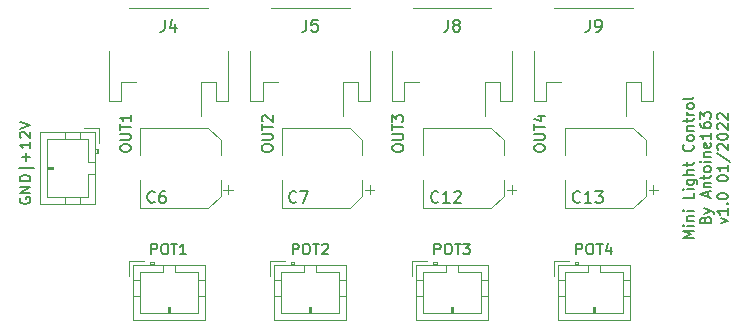
<source format=gbr>
%TF.GenerationSoftware,KiCad,Pcbnew,6.0.0*%
%TF.CreationDate,2022-01-04T21:54:10+01:00*%
%TF.ProjectId,mini_light_control,6d696e69-5f6c-4696-9768-745f636f6e74,v1.0*%
%TF.SameCoordinates,Original*%
%TF.FileFunction,Legend,Top*%
%TF.FilePolarity,Positive*%
%FSLAX46Y46*%
G04 Gerber Fmt 4.6, Leading zero omitted, Abs format (unit mm)*
G04 Created by KiCad (PCBNEW 6.0.0) date 2022-01-04 21:54:10*
%MOMM*%
%LPD*%
G01*
G04 APERTURE LIST*
%ADD10C,0.153000*%
%ADD11C,0.150000*%
%ADD12C,0.120000*%
G04 APERTURE END LIST*
D10*
X112521428Y-56307142D02*
X112521428Y-55407142D01*
X112864285Y-55407142D01*
X112950000Y-55450000D01*
X112992857Y-55492857D01*
X113035714Y-55578571D01*
X113035714Y-55707142D01*
X112992857Y-55792857D01*
X112950000Y-55835714D01*
X112864285Y-55878571D01*
X112521428Y-55878571D01*
X113592857Y-55407142D02*
X113764285Y-55407142D01*
X113850000Y-55450000D01*
X113935714Y-55535714D01*
X113978571Y-55707142D01*
X113978571Y-56007142D01*
X113935714Y-56178571D01*
X113850000Y-56264285D01*
X113764285Y-56307142D01*
X113592857Y-56307142D01*
X113507142Y-56264285D01*
X113421428Y-56178571D01*
X113378571Y-56007142D01*
X113378571Y-55707142D01*
X113421428Y-55535714D01*
X113507142Y-55450000D01*
X113592857Y-55407142D01*
X114235714Y-55407142D02*
X114750000Y-55407142D01*
X114492857Y-56307142D02*
X114492857Y-55407142D01*
X115521428Y-56307142D02*
X115007142Y-56307142D01*
X115264285Y-56307142D02*
X115264285Y-55407142D01*
X115178571Y-55535714D01*
X115092857Y-55621428D01*
X115007142Y-55664285D01*
X121907142Y-47392307D02*
X121907142Y-47220878D01*
X121950000Y-47135164D01*
X122035714Y-47049450D01*
X122207142Y-47006592D01*
X122507142Y-47006592D01*
X122678571Y-47049450D01*
X122764285Y-47135164D01*
X122807142Y-47220878D01*
X122807142Y-47392307D01*
X122764285Y-47478021D01*
X122678571Y-47563735D01*
X122507142Y-47606592D01*
X122207142Y-47606592D01*
X122035714Y-47563735D01*
X121950000Y-47478021D01*
X121907142Y-47392307D01*
X121907142Y-46620878D02*
X122635714Y-46620878D01*
X122721428Y-46578021D01*
X122764285Y-46535164D01*
X122807142Y-46449450D01*
X122807142Y-46278021D01*
X122764285Y-46192307D01*
X122721428Y-46149450D01*
X122635714Y-46106592D01*
X121907142Y-46106592D01*
X121907142Y-45806592D02*
X121907142Y-45292307D01*
X122807142Y-45549450D02*
X121907142Y-45549450D01*
X121992857Y-45035164D02*
X121950000Y-44992307D01*
X121907142Y-44906592D01*
X121907142Y-44692307D01*
X121950000Y-44606592D01*
X121992857Y-44563735D01*
X122078571Y-44520878D01*
X122164285Y-44520878D01*
X122292857Y-44563735D01*
X122807142Y-45078021D01*
X122807142Y-44520878D01*
X101450000Y-51514285D02*
X101407142Y-51600000D01*
X101407142Y-51728571D01*
X101450000Y-51857142D01*
X101535714Y-51942857D01*
X101621428Y-51985714D01*
X101792857Y-52028571D01*
X101921428Y-52028571D01*
X102092857Y-51985714D01*
X102178571Y-51942857D01*
X102264285Y-51857142D01*
X102307142Y-51728571D01*
X102307142Y-51642857D01*
X102264285Y-51514285D01*
X102221428Y-51471428D01*
X101921428Y-51471428D01*
X101921428Y-51642857D01*
X102307142Y-51085714D02*
X101407142Y-51085714D01*
X102307142Y-50571428D01*
X101407142Y-50571428D01*
X102307142Y-50142857D02*
X101407142Y-50142857D01*
X101407142Y-49928571D01*
X101450000Y-49800000D01*
X101535714Y-49714285D01*
X101621428Y-49671428D01*
X101792857Y-49628571D01*
X101921428Y-49628571D01*
X102092857Y-49671428D01*
X102178571Y-49714285D01*
X102264285Y-49800000D01*
X102307142Y-49928571D01*
X102307142Y-50142857D01*
X102607142Y-49028571D02*
X101321428Y-49028571D01*
X101964285Y-48385714D02*
X101964285Y-47700000D01*
X102307142Y-48042857D02*
X101621428Y-48042857D01*
X102307142Y-46800000D02*
X102307142Y-47314285D01*
X102307142Y-47057142D02*
X101407142Y-47057142D01*
X101535714Y-47142857D01*
X101621428Y-47228571D01*
X101664285Y-47314285D01*
X101492857Y-46457142D02*
X101450000Y-46414285D01*
X101407142Y-46328571D01*
X101407142Y-46114285D01*
X101450000Y-46028571D01*
X101492857Y-45985714D01*
X101578571Y-45942857D01*
X101664285Y-45942857D01*
X101792857Y-45985714D01*
X102307142Y-46500000D01*
X102307142Y-45942857D01*
X101407142Y-45685714D02*
X102307142Y-45385714D01*
X101407142Y-45085714D01*
X136521428Y-56307142D02*
X136521428Y-55407142D01*
X136864285Y-55407142D01*
X136950000Y-55450000D01*
X136992857Y-55492857D01*
X137035714Y-55578571D01*
X137035714Y-55707142D01*
X136992857Y-55792857D01*
X136950000Y-55835714D01*
X136864285Y-55878571D01*
X136521428Y-55878571D01*
X137592857Y-55407142D02*
X137764285Y-55407142D01*
X137850000Y-55450000D01*
X137935714Y-55535714D01*
X137978571Y-55707142D01*
X137978571Y-56007142D01*
X137935714Y-56178571D01*
X137850000Y-56264285D01*
X137764285Y-56307142D01*
X137592857Y-56307142D01*
X137507142Y-56264285D01*
X137421428Y-56178571D01*
X137378571Y-56007142D01*
X137378571Y-55707142D01*
X137421428Y-55535714D01*
X137507142Y-55450000D01*
X137592857Y-55407142D01*
X138235714Y-55407142D02*
X138750000Y-55407142D01*
X138492857Y-56307142D02*
X138492857Y-55407142D01*
X138964285Y-55407142D02*
X139521428Y-55407142D01*
X139221428Y-55750000D01*
X139350000Y-55750000D01*
X139435714Y-55792857D01*
X139478571Y-55835714D01*
X139521428Y-55921428D01*
X139521428Y-56135714D01*
X139478571Y-56221428D01*
X139435714Y-56264285D01*
X139350000Y-56307142D01*
X139092857Y-56307142D01*
X139007142Y-56264285D01*
X138964285Y-56221428D01*
X124521428Y-56307142D02*
X124521428Y-55407142D01*
X124864285Y-55407142D01*
X124950000Y-55450000D01*
X124992857Y-55492857D01*
X125035714Y-55578571D01*
X125035714Y-55707142D01*
X124992857Y-55792857D01*
X124950000Y-55835714D01*
X124864285Y-55878571D01*
X124521428Y-55878571D01*
X125592857Y-55407142D02*
X125764285Y-55407142D01*
X125850000Y-55450000D01*
X125935714Y-55535714D01*
X125978571Y-55707142D01*
X125978571Y-56007142D01*
X125935714Y-56178571D01*
X125850000Y-56264285D01*
X125764285Y-56307142D01*
X125592857Y-56307142D01*
X125507142Y-56264285D01*
X125421428Y-56178571D01*
X125378571Y-56007142D01*
X125378571Y-55707142D01*
X125421428Y-55535714D01*
X125507142Y-55450000D01*
X125592857Y-55407142D01*
X126235714Y-55407142D02*
X126750000Y-55407142D01*
X126492857Y-56307142D02*
X126492857Y-55407142D01*
X127007142Y-55492857D02*
X127050000Y-55450000D01*
X127135714Y-55407142D01*
X127350000Y-55407142D01*
X127435714Y-55450000D01*
X127478571Y-55492857D01*
X127521428Y-55578571D01*
X127521428Y-55664285D01*
X127478571Y-55792857D01*
X126964285Y-56307142D01*
X127521428Y-56307142D01*
X144957142Y-47392307D02*
X144957142Y-47220878D01*
X145000000Y-47135164D01*
X145085714Y-47049450D01*
X145257142Y-47006592D01*
X145557142Y-47006592D01*
X145728571Y-47049450D01*
X145814285Y-47135164D01*
X145857142Y-47220878D01*
X145857142Y-47392307D01*
X145814285Y-47478021D01*
X145728571Y-47563735D01*
X145557142Y-47606592D01*
X145257142Y-47606592D01*
X145085714Y-47563735D01*
X145000000Y-47478021D01*
X144957142Y-47392307D01*
X144957142Y-46620878D02*
X145685714Y-46620878D01*
X145771428Y-46578021D01*
X145814285Y-46535164D01*
X145857142Y-46449450D01*
X145857142Y-46278021D01*
X145814285Y-46192307D01*
X145771428Y-46149450D01*
X145685714Y-46106592D01*
X144957142Y-46106592D01*
X144957142Y-45806592D02*
X144957142Y-45292307D01*
X145857142Y-45549450D02*
X144957142Y-45549450D01*
X145257142Y-44606592D02*
X145857142Y-44606592D01*
X144914285Y-44820878D02*
X145557142Y-45035164D01*
X145557142Y-44478021D01*
X148521428Y-56307142D02*
X148521428Y-55407142D01*
X148864285Y-55407142D01*
X148950000Y-55450000D01*
X148992857Y-55492857D01*
X149035714Y-55578571D01*
X149035714Y-55707142D01*
X148992857Y-55792857D01*
X148950000Y-55835714D01*
X148864285Y-55878571D01*
X148521428Y-55878571D01*
X149592857Y-55407142D02*
X149764285Y-55407142D01*
X149850000Y-55450000D01*
X149935714Y-55535714D01*
X149978571Y-55707142D01*
X149978571Y-56007142D01*
X149935714Y-56178571D01*
X149850000Y-56264285D01*
X149764285Y-56307142D01*
X149592857Y-56307142D01*
X149507142Y-56264285D01*
X149421428Y-56178571D01*
X149378571Y-56007142D01*
X149378571Y-55707142D01*
X149421428Y-55535714D01*
X149507142Y-55450000D01*
X149592857Y-55407142D01*
X150235714Y-55407142D02*
X150750000Y-55407142D01*
X150492857Y-56307142D02*
X150492857Y-55407142D01*
X151435714Y-55707142D02*
X151435714Y-56307142D01*
X151221428Y-55364285D02*
X151007142Y-56007142D01*
X151564285Y-56007142D01*
X132957142Y-47392307D02*
X132957142Y-47220878D01*
X133000000Y-47135164D01*
X133085714Y-47049450D01*
X133257142Y-47006592D01*
X133557142Y-47006592D01*
X133728571Y-47049450D01*
X133814285Y-47135164D01*
X133857142Y-47220878D01*
X133857142Y-47392307D01*
X133814285Y-47478021D01*
X133728571Y-47563735D01*
X133557142Y-47606592D01*
X133257142Y-47606592D01*
X133085714Y-47563735D01*
X133000000Y-47478021D01*
X132957142Y-47392307D01*
X132957142Y-46620878D02*
X133685714Y-46620878D01*
X133771428Y-46578021D01*
X133814285Y-46535164D01*
X133857142Y-46449450D01*
X133857142Y-46278021D01*
X133814285Y-46192307D01*
X133771428Y-46149450D01*
X133685714Y-46106592D01*
X132957142Y-46106592D01*
X132957142Y-45806592D02*
X132957142Y-45292307D01*
X133857142Y-45549450D02*
X132957142Y-45549450D01*
X132957142Y-45078021D02*
X132957142Y-44520878D01*
X133300000Y-44820878D01*
X133300000Y-44692307D01*
X133342857Y-44606592D01*
X133385714Y-44563735D01*
X133471428Y-44520878D01*
X133685714Y-44520878D01*
X133771428Y-44563735D01*
X133814285Y-44606592D01*
X133857142Y-44692307D01*
X133857142Y-44949450D01*
X133814285Y-45035164D01*
X133771428Y-45078021D01*
X158458142Y-54914285D02*
X157558142Y-54914285D01*
X158201000Y-54614285D01*
X157558142Y-54314285D01*
X158458142Y-54314285D01*
X158458142Y-53885714D02*
X157858142Y-53885714D01*
X157558142Y-53885714D02*
X157601000Y-53928571D01*
X157643857Y-53885714D01*
X157601000Y-53842857D01*
X157558142Y-53885714D01*
X157643857Y-53885714D01*
X157858142Y-53457142D02*
X158458142Y-53457142D01*
X157943857Y-53457142D02*
X157901000Y-53414285D01*
X157858142Y-53328571D01*
X157858142Y-53200000D01*
X157901000Y-53114285D01*
X157986714Y-53071428D01*
X158458142Y-53071428D01*
X158458142Y-52642857D02*
X157858142Y-52642857D01*
X157558142Y-52642857D02*
X157601000Y-52685714D01*
X157643857Y-52642857D01*
X157601000Y-52600000D01*
X157558142Y-52642857D01*
X157643857Y-52642857D01*
X158458142Y-51100000D02*
X158458142Y-51528571D01*
X157558142Y-51528571D01*
X158458142Y-50800000D02*
X157858142Y-50800000D01*
X157558142Y-50800000D02*
X157601000Y-50842857D01*
X157643857Y-50800000D01*
X157601000Y-50757142D01*
X157558142Y-50800000D01*
X157643857Y-50800000D01*
X157858142Y-49985714D02*
X158586714Y-49985714D01*
X158672428Y-50028571D01*
X158715285Y-50071428D01*
X158758142Y-50157142D01*
X158758142Y-50285714D01*
X158715285Y-50371428D01*
X158415285Y-49985714D02*
X158458142Y-50071428D01*
X158458142Y-50242857D01*
X158415285Y-50328571D01*
X158372428Y-50371428D01*
X158286714Y-50414285D01*
X158029571Y-50414285D01*
X157943857Y-50371428D01*
X157901000Y-50328571D01*
X157858142Y-50242857D01*
X157858142Y-50071428D01*
X157901000Y-49985714D01*
X158458142Y-49557142D02*
X157558142Y-49557142D01*
X158458142Y-49171428D02*
X157986714Y-49171428D01*
X157901000Y-49214285D01*
X157858142Y-49300000D01*
X157858142Y-49428571D01*
X157901000Y-49514285D01*
X157943857Y-49557142D01*
X157858142Y-48871428D02*
X157858142Y-48528571D01*
X157558142Y-48742857D02*
X158329571Y-48742857D01*
X158415285Y-48700000D01*
X158458142Y-48614285D01*
X158458142Y-48528571D01*
X158372428Y-47028571D02*
X158415285Y-47071428D01*
X158458142Y-47200000D01*
X158458142Y-47285714D01*
X158415285Y-47414285D01*
X158329571Y-47500000D01*
X158243857Y-47542857D01*
X158072428Y-47585714D01*
X157943857Y-47585714D01*
X157772428Y-47542857D01*
X157686714Y-47500000D01*
X157601000Y-47414285D01*
X157558142Y-47285714D01*
X157558142Y-47200000D01*
X157601000Y-47071428D01*
X157643857Y-47028571D01*
X158458142Y-46514285D02*
X158415285Y-46600000D01*
X158372428Y-46642857D01*
X158286714Y-46685714D01*
X158029571Y-46685714D01*
X157943857Y-46642857D01*
X157901000Y-46600000D01*
X157858142Y-46514285D01*
X157858142Y-46385714D01*
X157901000Y-46300000D01*
X157943857Y-46257142D01*
X158029571Y-46214285D01*
X158286714Y-46214285D01*
X158372428Y-46257142D01*
X158415285Y-46300000D01*
X158458142Y-46385714D01*
X158458142Y-46514285D01*
X157858142Y-45828571D02*
X158458142Y-45828571D01*
X157943857Y-45828571D02*
X157901000Y-45785714D01*
X157858142Y-45700000D01*
X157858142Y-45571428D01*
X157901000Y-45485714D01*
X157986714Y-45442857D01*
X158458142Y-45442857D01*
X157858142Y-45142857D02*
X157858142Y-44800000D01*
X157558142Y-45014285D02*
X158329571Y-45014285D01*
X158415285Y-44971428D01*
X158458142Y-44885714D01*
X158458142Y-44800000D01*
X158458142Y-44500000D02*
X157858142Y-44500000D01*
X158029571Y-44500000D02*
X157943857Y-44457142D01*
X157901000Y-44414285D01*
X157858142Y-44328571D01*
X157858142Y-44242857D01*
X158458142Y-43814285D02*
X158415285Y-43900000D01*
X158372428Y-43942857D01*
X158286714Y-43985714D01*
X158029571Y-43985714D01*
X157943857Y-43942857D01*
X157901000Y-43900000D01*
X157858142Y-43814285D01*
X157858142Y-43685714D01*
X157901000Y-43600000D01*
X157943857Y-43557142D01*
X158029571Y-43514285D01*
X158286714Y-43514285D01*
X158372428Y-43557142D01*
X158415285Y-43600000D01*
X158458142Y-43685714D01*
X158458142Y-43814285D01*
X158458142Y-43000000D02*
X158415285Y-43085714D01*
X158329571Y-43128571D01*
X157558142Y-43128571D01*
X159435714Y-53371428D02*
X159478571Y-53242857D01*
X159521428Y-53200000D01*
X159607142Y-53157142D01*
X159735714Y-53157142D01*
X159821428Y-53200000D01*
X159864285Y-53242857D01*
X159907142Y-53328571D01*
X159907142Y-53671428D01*
X159007142Y-53671428D01*
X159007142Y-53371428D01*
X159050000Y-53285714D01*
X159092857Y-53242857D01*
X159178571Y-53200000D01*
X159264285Y-53200000D01*
X159350000Y-53242857D01*
X159392857Y-53285714D01*
X159435714Y-53371428D01*
X159435714Y-53671428D01*
X159307142Y-52857142D02*
X159907142Y-52642857D01*
X159307142Y-52428571D02*
X159907142Y-52642857D01*
X160121428Y-52728571D01*
X160164285Y-52771428D01*
X160207142Y-52857142D01*
X159650000Y-51442857D02*
X159650000Y-51014285D01*
X159907142Y-51528571D02*
X159007142Y-51228571D01*
X159907142Y-50928571D01*
X159307142Y-50628571D02*
X159907142Y-50628571D01*
X159392857Y-50628571D02*
X159350000Y-50585714D01*
X159307142Y-50500000D01*
X159307142Y-50371428D01*
X159350000Y-50285714D01*
X159435714Y-50242857D01*
X159907142Y-50242857D01*
X159307142Y-49942857D02*
X159307142Y-49600000D01*
X159007142Y-49814285D02*
X159778571Y-49814285D01*
X159864285Y-49771428D01*
X159907142Y-49685714D01*
X159907142Y-49600000D01*
X159907142Y-49171428D02*
X159864285Y-49257142D01*
X159821428Y-49300000D01*
X159735714Y-49342857D01*
X159478571Y-49342857D01*
X159392857Y-49300000D01*
X159350000Y-49257142D01*
X159307142Y-49171428D01*
X159307142Y-49042857D01*
X159350000Y-48957142D01*
X159392857Y-48914285D01*
X159478571Y-48871428D01*
X159735714Y-48871428D01*
X159821428Y-48914285D01*
X159864285Y-48957142D01*
X159907142Y-49042857D01*
X159907142Y-49171428D01*
X159907142Y-48485714D02*
X159307142Y-48485714D01*
X159007142Y-48485714D02*
X159050000Y-48528571D01*
X159092857Y-48485714D01*
X159050000Y-48442857D01*
X159007142Y-48485714D01*
X159092857Y-48485714D01*
X159307142Y-48057142D02*
X159907142Y-48057142D01*
X159392857Y-48057142D02*
X159350000Y-48014285D01*
X159307142Y-47928571D01*
X159307142Y-47800000D01*
X159350000Y-47714285D01*
X159435714Y-47671428D01*
X159907142Y-47671428D01*
X159864285Y-46900000D02*
X159907142Y-46985714D01*
X159907142Y-47157142D01*
X159864285Y-47242857D01*
X159778571Y-47285714D01*
X159435714Y-47285714D01*
X159350000Y-47242857D01*
X159307142Y-47157142D01*
X159307142Y-46985714D01*
X159350000Y-46900000D01*
X159435714Y-46857142D01*
X159521428Y-46857142D01*
X159607142Y-47285714D01*
X159907142Y-46000000D02*
X159907142Y-46514285D01*
X159907142Y-46257142D02*
X159007142Y-46257142D01*
X159135714Y-46342857D01*
X159221428Y-46428571D01*
X159264285Y-46514285D01*
X159007142Y-45228571D02*
X159007142Y-45400000D01*
X159050000Y-45485714D01*
X159092857Y-45528571D01*
X159221428Y-45614285D01*
X159392857Y-45657142D01*
X159735714Y-45657142D01*
X159821428Y-45614285D01*
X159864285Y-45571428D01*
X159907142Y-45485714D01*
X159907142Y-45314285D01*
X159864285Y-45228571D01*
X159821428Y-45185714D01*
X159735714Y-45142857D01*
X159521428Y-45142857D01*
X159435714Y-45185714D01*
X159392857Y-45228571D01*
X159350000Y-45314285D01*
X159350000Y-45485714D01*
X159392857Y-45571428D01*
X159435714Y-45614285D01*
X159521428Y-45657142D01*
X159007142Y-44842857D02*
X159007142Y-44285714D01*
X159350000Y-44585714D01*
X159350000Y-44457142D01*
X159392857Y-44371428D01*
X159435714Y-44328571D01*
X159521428Y-44285714D01*
X159735714Y-44285714D01*
X159821428Y-44328571D01*
X159864285Y-44371428D01*
X159907142Y-44457142D01*
X159907142Y-44714285D01*
X159864285Y-44800000D01*
X159821428Y-44842857D01*
X160756142Y-53671428D02*
X161356142Y-53457142D01*
X160756142Y-53242857D01*
X161356142Y-52428571D02*
X161356142Y-52942857D01*
X161356142Y-52685714D02*
X160456142Y-52685714D01*
X160584714Y-52771428D01*
X160670428Y-52857142D01*
X160713285Y-52942857D01*
X161270428Y-52042857D02*
X161313285Y-52000000D01*
X161356142Y-52042857D01*
X161313285Y-52085714D01*
X161270428Y-52042857D01*
X161356142Y-52042857D01*
X160456142Y-51442857D02*
X160456142Y-51357142D01*
X160499000Y-51271428D01*
X160541857Y-51228571D01*
X160627571Y-51185714D01*
X160799000Y-51142857D01*
X161013285Y-51142857D01*
X161184714Y-51185714D01*
X161270428Y-51228571D01*
X161313285Y-51271428D01*
X161356142Y-51357142D01*
X161356142Y-51442857D01*
X161313285Y-51528571D01*
X161270428Y-51571428D01*
X161184714Y-51614285D01*
X161013285Y-51657142D01*
X160799000Y-51657142D01*
X160627571Y-51614285D01*
X160541857Y-51571428D01*
X160499000Y-51528571D01*
X160456142Y-51442857D01*
X160456142Y-49900000D02*
X160456142Y-49814285D01*
X160499000Y-49728571D01*
X160541857Y-49685714D01*
X160627571Y-49642857D01*
X160799000Y-49600000D01*
X161013285Y-49600000D01*
X161184714Y-49642857D01*
X161270428Y-49685714D01*
X161313285Y-49728571D01*
X161356142Y-49814285D01*
X161356142Y-49900000D01*
X161313285Y-49985714D01*
X161270428Y-50028571D01*
X161184714Y-50071428D01*
X161013285Y-50114285D01*
X160799000Y-50114285D01*
X160627571Y-50071428D01*
X160541857Y-50028571D01*
X160499000Y-49985714D01*
X160456142Y-49900000D01*
X161356142Y-48742857D02*
X161356142Y-49257142D01*
X161356142Y-49000000D02*
X160456142Y-49000000D01*
X160584714Y-49085714D01*
X160670428Y-49171428D01*
X160713285Y-49257142D01*
X160413285Y-47714285D02*
X161570428Y-48485714D01*
X160541857Y-47457142D02*
X160499000Y-47414285D01*
X160456142Y-47328571D01*
X160456142Y-47114285D01*
X160499000Y-47028571D01*
X160541857Y-46985714D01*
X160627571Y-46942857D01*
X160713285Y-46942857D01*
X160841857Y-46985714D01*
X161356142Y-47500000D01*
X161356142Y-46942857D01*
X160456142Y-46385714D02*
X160456142Y-46300000D01*
X160499000Y-46214285D01*
X160541857Y-46171428D01*
X160627571Y-46128571D01*
X160799000Y-46085714D01*
X161013285Y-46085714D01*
X161184714Y-46128571D01*
X161270428Y-46171428D01*
X161313285Y-46214285D01*
X161356142Y-46300000D01*
X161356142Y-46385714D01*
X161313285Y-46471428D01*
X161270428Y-46514285D01*
X161184714Y-46557142D01*
X161013285Y-46600000D01*
X160799000Y-46600000D01*
X160627571Y-46557142D01*
X160541857Y-46514285D01*
X160499000Y-46471428D01*
X160456142Y-46385714D01*
X160541857Y-45742857D02*
X160499000Y-45700000D01*
X160456142Y-45614285D01*
X160456142Y-45400000D01*
X160499000Y-45314285D01*
X160541857Y-45271428D01*
X160627571Y-45228571D01*
X160713285Y-45228571D01*
X160841857Y-45271428D01*
X161356142Y-45785714D01*
X161356142Y-45228571D01*
X160541857Y-44885714D02*
X160499000Y-44842857D01*
X160456142Y-44757142D01*
X160456142Y-44542857D01*
X160499000Y-44457142D01*
X160541857Y-44414285D01*
X160627571Y-44371428D01*
X160713285Y-44371428D01*
X160841857Y-44414285D01*
X161356142Y-44928571D01*
X161356142Y-44371428D01*
X109907142Y-47392307D02*
X109907142Y-47220878D01*
X109950000Y-47135164D01*
X110035714Y-47049450D01*
X110207142Y-47006592D01*
X110507142Y-47006592D01*
X110678571Y-47049450D01*
X110764285Y-47135164D01*
X110807142Y-47220878D01*
X110807142Y-47392307D01*
X110764285Y-47478021D01*
X110678571Y-47563735D01*
X110507142Y-47606592D01*
X110207142Y-47606592D01*
X110035714Y-47563735D01*
X109950000Y-47478021D01*
X109907142Y-47392307D01*
X109907142Y-46620878D02*
X110635714Y-46620878D01*
X110721428Y-46578021D01*
X110764285Y-46535164D01*
X110807142Y-46449450D01*
X110807142Y-46278021D01*
X110764285Y-46192307D01*
X110721428Y-46149450D01*
X110635714Y-46106592D01*
X109907142Y-46106592D01*
X109907142Y-45806592D02*
X109907142Y-45292307D01*
X110807142Y-45549450D02*
X109907142Y-45549450D01*
X110807142Y-44520878D02*
X110807142Y-45035164D01*
X110807142Y-44778021D02*
X109907142Y-44778021D01*
X110035714Y-44863735D01*
X110121428Y-44949450D01*
X110164285Y-45035164D01*
D11*
%TO.C,C12*%
X136857142Y-51857142D02*
X136809523Y-51904761D01*
X136666666Y-51952380D01*
X136571428Y-51952380D01*
X136428571Y-51904761D01*
X136333333Y-51809523D01*
X136285714Y-51714285D01*
X136238095Y-51523809D01*
X136238095Y-51380952D01*
X136285714Y-51190476D01*
X136333333Y-51095238D01*
X136428571Y-51000000D01*
X136571428Y-50952380D01*
X136666666Y-50952380D01*
X136809523Y-51000000D01*
X136857142Y-51047619D01*
X137809523Y-51952380D02*
X137238095Y-51952380D01*
X137523809Y-51952380D02*
X137523809Y-50952380D01*
X137428571Y-51095238D01*
X137333333Y-51190476D01*
X137238095Y-51238095D01*
X138190476Y-51047619D02*
X138238095Y-51000000D01*
X138333333Y-50952380D01*
X138571428Y-50952380D01*
X138666666Y-51000000D01*
X138714285Y-51047619D01*
X138761904Y-51142857D01*
X138761904Y-51238095D01*
X138714285Y-51380952D01*
X138142857Y-51952380D01*
X138761904Y-51952380D01*
%TO.C,C13*%
X148857142Y-51857142D02*
X148809523Y-51904761D01*
X148666666Y-51952380D01*
X148571428Y-51952380D01*
X148428571Y-51904761D01*
X148333333Y-51809523D01*
X148285714Y-51714285D01*
X148238095Y-51523809D01*
X148238095Y-51380952D01*
X148285714Y-51190476D01*
X148333333Y-51095238D01*
X148428571Y-51000000D01*
X148571428Y-50952380D01*
X148666666Y-50952380D01*
X148809523Y-51000000D01*
X148857142Y-51047619D01*
X149809523Y-51952380D02*
X149238095Y-51952380D01*
X149523809Y-51952380D02*
X149523809Y-50952380D01*
X149428571Y-51095238D01*
X149333333Y-51190476D01*
X149238095Y-51238095D01*
X150142857Y-50952380D02*
X150761904Y-50952380D01*
X150428571Y-51333333D01*
X150571428Y-51333333D01*
X150666666Y-51380952D01*
X150714285Y-51428571D01*
X150761904Y-51523809D01*
X150761904Y-51761904D01*
X150714285Y-51857142D01*
X150666666Y-51904761D01*
X150571428Y-51952380D01*
X150285714Y-51952380D01*
X150190476Y-51904761D01*
X150142857Y-51857142D01*
%TO.C,C7*%
X124833333Y-51857142D02*
X124785714Y-51904761D01*
X124642857Y-51952380D01*
X124547619Y-51952380D01*
X124404761Y-51904761D01*
X124309523Y-51809523D01*
X124261904Y-51714285D01*
X124214285Y-51523809D01*
X124214285Y-51380952D01*
X124261904Y-51190476D01*
X124309523Y-51095238D01*
X124404761Y-51000000D01*
X124547619Y-50952380D01*
X124642857Y-50952380D01*
X124785714Y-51000000D01*
X124833333Y-51047619D01*
X125166666Y-50952380D02*
X125833333Y-50952380D01*
X125404761Y-51952380D01*
%TO.C,J4*%
X113666666Y-36452380D02*
X113666666Y-37166666D01*
X113619047Y-37309523D01*
X113523809Y-37404761D01*
X113380952Y-37452380D01*
X113285714Y-37452380D01*
X114571428Y-36785714D02*
X114571428Y-37452380D01*
X114333333Y-36404761D02*
X114095238Y-37119047D01*
X114714285Y-37119047D01*
%TO.C,C6*%
X112833333Y-51857142D02*
X112785714Y-51904761D01*
X112642857Y-51952380D01*
X112547619Y-51952380D01*
X112404761Y-51904761D01*
X112309523Y-51809523D01*
X112261904Y-51714285D01*
X112214285Y-51523809D01*
X112214285Y-51380952D01*
X112261904Y-51190476D01*
X112309523Y-51095238D01*
X112404761Y-51000000D01*
X112547619Y-50952380D01*
X112642857Y-50952380D01*
X112785714Y-51000000D01*
X112833333Y-51047619D01*
X113690476Y-50952380D02*
X113500000Y-50952380D01*
X113404761Y-51000000D01*
X113357142Y-51047619D01*
X113261904Y-51190476D01*
X113214285Y-51380952D01*
X113214285Y-51761904D01*
X113261904Y-51857142D01*
X113309523Y-51904761D01*
X113404761Y-51952380D01*
X113595238Y-51952380D01*
X113690476Y-51904761D01*
X113738095Y-51857142D01*
X113785714Y-51761904D01*
X113785714Y-51523809D01*
X113738095Y-51428571D01*
X113690476Y-51380952D01*
X113595238Y-51333333D01*
X113404761Y-51333333D01*
X113309523Y-51380952D01*
X113261904Y-51428571D01*
X113214285Y-51523809D01*
%TO.C,J8*%
X137666666Y-36452380D02*
X137666666Y-37166666D01*
X137619047Y-37309523D01*
X137523809Y-37404761D01*
X137380952Y-37452380D01*
X137285714Y-37452380D01*
X138285714Y-36880952D02*
X138190476Y-36833333D01*
X138142857Y-36785714D01*
X138095238Y-36690476D01*
X138095238Y-36642857D01*
X138142857Y-36547619D01*
X138190476Y-36500000D01*
X138285714Y-36452380D01*
X138476190Y-36452380D01*
X138571428Y-36500000D01*
X138619047Y-36547619D01*
X138666666Y-36642857D01*
X138666666Y-36690476D01*
X138619047Y-36785714D01*
X138571428Y-36833333D01*
X138476190Y-36880952D01*
X138285714Y-36880952D01*
X138190476Y-36928571D01*
X138142857Y-36976190D01*
X138095238Y-37071428D01*
X138095238Y-37261904D01*
X138142857Y-37357142D01*
X138190476Y-37404761D01*
X138285714Y-37452380D01*
X138476190Y-37452380D01*
X138571428Y-37404761D01*
X138619047Y-37357142D01*
X138666666Y-37261904D01*
X138666666Y-37071428D01*
X138619047Y-36976190D01*
X138571428Y-36928571D01*
X138476190Y-36880952D01*
%TO.C,J9*%
X149666666Y-36452380D02*
X149666666Y-37166666D01*
X149619047Y-37309523D01*
X149523809Y-37404761D01*
X149380952Y-37452380D01*
X149285714Y-37452380D01*
X150190476Y-37452380D02*
X150380952Y-37452380D01*
X150476190Y-37404761D01*
X150523809Y-37357142D01*
X150619047Y-37214285D01*
X150666666Y-37023809D01*
X150666666Y-36642857D01*
X150619047Y-36547619D01*
X150571428Y-36500000D01*
X150476190Y-36452380D01*
X150285714Y-36452380D01*
X150190476Y-36500000D01*
X150142857Y-36547619D01*
X150095238Y-36642857D01*
X150095238Y-36880952D01*
X150142857Y-36976190D01*
X150190476Y-37023809D01*
X150285714Y-37071428D01*
X150476190Y-37071428D01*
X150571428Y-37023809D01*
X150619047Y-36976190D01*
X150666666Y-36880952D01*
%TO.C,J5*%
X125666666Y-36452380D02*
X125666666Y-37166666D01*
X125619047Y-37309523D01*
X125523809Y-37404761D01*
X125380952Y-37452380D01*
X125285714Y-37452380D01*
X126619047Y-36452380D02*
X126142857Y-36452380D01*
X126095238Y-36928571D01*
X126142857Y-36880952D01*
X126238095Y-36833333D01*
X126476190Y-36833333D01*
X126571428Y-36880952D01*
X126619047Y-36928571D01*
X126666666Y-37023809D01*
X126666666Y-37261904D01*
X126619047Y-37357142D01*
X126571428Y-37404761D01*
X126476190Y-37452380D01*
X126238095Y-37452380D01*
X126142857Y-37404761D01*
X126095238Y-37357142D01*
D12*
%TO.C,C12*%
X141345563Y-45590000D02*
X135590000Y-45590000D01*
X135590000Y-45590000D02*
X135590000Y-47940000D01*
X142410000Y-51345563D02*
X142410000Y-50060000D01*
X135590000Y-52410000D02*
X135590000Y-50060000D01*
X142410000Y-46654437D02*
X141345563Y-45590000D01*
X143437500Y-50847500D02*
X142650000Y-50847500D01*
X143043750Y-51241250D02*
X143043750Y-50453750D01*
X142410000Y-46654437D02*
X142410000Y-47940000D01*
X142410000Y-51345563D02*
X141345563Y-52410000D01*
X141345563Y-52410000D02*
X135590000Y-52410000D01*
%TO.C,C13*%
X153345563Y-45590000D02*
X147590000Y-45590000D01*
X155437500Y-50847500D02*
X154650000Y-50847500D01*
X147590000Y-45590000D02*
X147590000Y-47940000D01*
X155043750Y-51241250D02*
X155043750Y-50453750D01*
X154410000Y-46654437D02*
X154410000Y-47940000D01*
X154410000Y-51345563D02*
X154410000Y-50060000D01*
X154410000Y-46654437D02*
X153345563Y-45590000D01*
X153345563Y-52410000D02*
X147590000Y-52410000D01*
X147590000Y-52410000D02*
X147590000Y-50060000D01*
X154410000Y-51345563D02*
X153345563Y-52410000D01*
%TO.C,J7*%
X146940000Y-57190000D02*
X146940000Y-61910000D01*
X149500000Y-57800000D02*
X147550000Y-57800000D01*
X150100000Y-60800000D02*
X150100000Y-61300000D01*
X152450000Y-57800000D02*
X150500000Y-57800000D01*
X150500000Y-57800000D02*
X150500000Y-57190000D01*
X146640000Y-56890000D02*
X146640000Y-58140000D01*
X149900000Y-60800000D02*
X150100000Y-60800000D01*
X148700000Y-57190000D02*
X148700000Y-56990000D01*
X153060000Y-61910000D02*
X153060000Y-57190000D01*
X152450000Y-61300000D02*
X152450000Y-57800000D01*
X147550000Y-57800000D02*
X147550000Y-61300000D01*
X147890000Y-56890000D02*
X146640000Y-56890000D01*
X146940000Y-58500000D02*
X147550000Y-58500000D01*
X150000000Y-61300000D02*
X150000000Y-60800000D01*
X146940000Y-59800000D02*
X147550000Y-59800000D01*
X148700000Y-56990000D02*
X148400000Y-56990000D01*
X153060000Y-57190000D02*
X146940000Y-57190000D01*
X147550000Y-61300000D02*
X152450000Y-61300000D01*
X153060000Y-58500000D02*
X152450000Y-58500000D01*
X148400000Y-56990000D02*
X148400000Y-57190000D01*
X149500000Y-57190000D02*
X149500000Y-57800000D01*
X146940000Y-61910000D02*
X153060000Y-61910000D01*
X153060000Y-59800000D02*
X152450000Y-59800000D01*
X148700000Y-57090000D02*
X148400000Y-57090000D01*
X149900000Y-61300000D02*
X149900000Y-60800000D01*
%TO.C,J3*%
X125868000Y-61300000D02*
X125868000Y-60800000D01*
X122608000Y-56890000D02*
X122608000Y-58140000D01*
X129028000Y-57190000D02*
X122908000Y-57190000D01*
X125468000Y-57190000D02*
X125468000Y-57800000D01*
X125468000Y-57800000D02*
X123518000Y-57800000D01*
X123518000Y-57800000D02*
X123518000Y-61300000D01*
X122908000Y-58500000D02*
X123518000Y-58500000D01*
X124668000Y-57090000D02*
X124368000Y-57090000D01*
X128418000Y-61300000D02*
X128418000Y-57800000D01*
X128418000Y-57800000D02*
X126468000Y-57800000D01*
X122908000Y-61910000D02*
X129028000Y-61910000D01*
X122908000Y-59800000D02*
X123518000Y-59800000D01*
X125968000Y-61300000D02*
X125968000Y-60800000D01*
X129028000Y-61910000D02*
X129028000Y-57190000D01*
X125868000Y-60800000D02*
X126068000Y-60800000D01*
X122908000Y-57190000D02*
X122908000Y-61910000D01*
X124668000Y-57190000D02*
X124668000Y-56990000D01*
X124668000Y-56990000D02*
X124368000Y-56990000D01*
X129028000Y-58500000D02*
X128418000Y-58500000D01*
X126068000Y-60800000D02*
X126068000Y-61300000D01*
X124368000Y-56990000D02*
X124368000Y-57190000D01*
X126468000Y-57800000D02*
X126468000Y-57190000D01*
X123858000Y-56890000D02*
X122608000Y-56890000D01*
X123518000Y-61300000D02*
X128418000Y-61300000D01*
X129028000Y-59800000D02*
X128418000Y-59800000D01*
%TO.C,C7*%
X131043750Y-51241250D02*
X131043750Y-50453750D01*
X130410000Y-46654437D02*
X130410000Y-47940000D01*
X129345563Y-45590000D02*
X123590000Y-45590000D01*
X130410000Y-46654437D02*
X129345563Y-45590000D01*
X123590000Y-52410000D02*
X123590000Y-50060000D01*
X130410000Y-51345563D02*
X130410000Y-50060000D01*
X130410000Y-51345563D02*
X129345563Y-52410000D01*
X131437500Y-50847500D02*
X130650000Y-50847500D01*
X129345563Y-52410000D02*
X123590000Y-52410000D01*
X123590000Y-45590000D02*
X123590000Y-47940000D01*
%TO.C,J4*%
X119060000Y-43310000D02*
X118040000Y-43310000D01*
X109960000Y-43310000D02*
X109960000Y-41710000D01*
X118040000Y-43310000D02*
X118040000Y-41710000D01*
X109960000Y-41710000D02*
X111240000Y-41710000D01*
X119060000Y-39060000D02*
X119060000Y-43310000D01*
X117340000Y-35490000D02*
X110660000Y-35490000D01*
X108940000Y-39060000D02*
X108940000Y-43310000D01*
X118040000Y-41710000D02*
X116760000Y-41710000D01*
X108940000Y-43310000D02*
X109960000Y-43310000D01*
X116760000Y-41710000D02*
X116760000Y-44600000D01*
%TO.C,J6*%
X140450000Y-57800000D02*
X138500000Y-57800000D01*
X138100000Y-60800000D02*
X138100000Y-61300000D01*
X137900000Y-61300000D02*
X137900000Y-60800000D01*
X137500000Y-57190000D02*
X137500000Y-57800000D01*
X134940000Y-58500000D02*
X135550000Y-58500000D01*
X141060000Y-58500000D02*
X140450000Y-58500000D01*
X136700000Y-57090000D02*
X136400000Y-57090000D01*
X135550000Y-61300000D02*
X140450000Y-61300000D01*
X134940000Y-57190000D02*
X134940000Y-61910000D01*
X134940000Y-61910000D02*
X141060000Y-61910000D01*
X136400000Y-56990000D02*
X136400000Y-57190000D01*
X134940000Y-59800000D02*
X135550000Y-59800000D01*
X140450000Y-61300000D02*
X140450000Y-57800000D01*
X137500000Y-57800000D02*
X135550000Y-57800000D01*
X141060000Y-61910000D02*
X141060000Y-57190000D01*
X134640000Y-56890000D02*
X134640000Y-58140000D01*
X138500000Y-57800000D02*
X138500000Y-57190000D01*
X141060000Y-57190000D02*
X134940000Y-57190000D01*
X135550000Y-57800000D02*
X135550000Y-61300000D01*
X137900000Y-60800000D02*
X138100000Y-60800000D01*
X136700000Y-57190000D02*
X136700000Y-56990000D01*
X136700000Y-56990000D02*
X136400000Y-56990000D01*
X141060000Y-59800000D02*
X140450000Y-59800000D01*
X135890000Y-56890000D02*
X134640000Y-56890000D01*
X138000000Y-61300000D02*
X138000000Y-60800000D01*
%TO.C,J2*%
X112746000Y-56990000D02*
X112446000Y-56990000D01*
X110986000Y-58500000D02*
X111596000Y-58500000D01*
X113546000Y-57190000D02*
X113546000Y-57800000D01*
X113946000Y-60800000D02*
X114146000Y-60800000D01*
X117106000Y-58500000D02*
X116496000Y-58500000D01*
X113946000Y-61300000D02*
X113946000Y-60800000D01*
X114546000Y-57800000D02*
X114546000Y-57190000D01*
X114046000Y-61300000D02*
X114046000Y-60800000D01*
X110986000Y-57190000D02*
X110986000Y-61910000D01*
X112446000Y-56990000D02*
X112446000Y-57190000D01*
X111596000Y-57800000D02*
X111596000Y-61300000D01*
X116496000Y-57800000D02*
X114546000Y-57800000D01*
X111596000Y-61300000D02*
X116496000Y-61300000D01*
X112746000Y-57190000D02*
X112746000Y-56990000D01*
X117106000Y-57190000D02*
X110986000Y-57190000D01*
X117106000Y-59800000D02*
X116496000Y-59800000D01*
X111936000Y-56890000D02*
X110686000Y-56890000D01*
X116496000Y-61300000D02*
X116496000Y-57800000D01*
X110986000Y-61910000D02*
X117106000Y-61910000D01*
X110986000Y-59800000D02*
X111596000Y-59800000D01*
X117106000Y-61910000D02*
X117106000Y-57190000D01*
X110686000Y-56890000D02*
X110686000Y-58140000D01*
X114146000Y-60800000D02*
X114146000Y-61300000D01*
X112746000Y-57090000D02*
X112446000Y-57090000D01*
X113546000Y-57800000D02*
X111596000Y-57800000D01*
%TO.C,C6*%
X117345563Y-45590000D02*
X111590000Y-45590000D01*
X111590000Y-52410000D02*
X111590000Y-50060000D01*
X118410000Y-51345563D02*
X117345563Y-52410000D01*
X119437500Y-50847500D02*
X118650000Y-50847500D01*
X118410000Y-46654437D02*
X117345563Y-45590000D01*
X118410000Y-46654437D02*
X118410000Y-47940000D01*
X111590000Y-45590000D02*
X111590000Y-47940000D01*
X117345563Y-52410000D02*
X111590000Y-52410000D01*
X118410000Y-51345563D02*
X118410000Y-50060000D01*
X119043750Y-51241250D02*
X119043750Y-50453750D01*
%TO.C,J8*%
X133960000Y-43310000D02*
X133960000Y-41710000D01*
X142040000Y-41710000D02*
X140760000Y-41710000D01*
X143060000Y-39060000D02*
X143060000Y-43310000D01*
X132940000Y-43310000D02*
X133960000Y-43310000D01*
X142040000Y-43310000D02*
X142040000Y-41710000D01*
X140760000Y-41710000D02*
X140760000Y-44600000D01*
X133960000Y-41710000D02*
X135240000Y-41710000D01*
X141340000Y-35490000D02*
X134660000Y-35490000D01*
X143060000Y-43310000D02*
X142040000Y-43310000D01*
X132940000Y-39060000D02*
X132940000Y-43310000D01*
%TO.C,J1*%
X107200000Y-49500000D02*
X107810000Y-49500000D01*
X107200000Y-51450000D02*
X107200000Y-49500000D01*
X108110000Y-46890000D02*
X108110000Y-45640000D01*
X108010000Y-47400000D02*
X107810000Y-47400000D01*
X103090000Y-52060000D02*
X107810000Y-52060000D01*
X107810000Y-52060000D02*
X107810000Y-45940000D01*
X107910000Y-47700000D02*
X107910000Y-47400000D01*
X104200000Y-49100000D02*
X103700000Y-49100000D01*
X103700000Y-49000000D02*
X104200000Y-49000000D01*
X105200000Y-45940000D02*
X105200000Y-46550000D01*
X107200000Y-46550000D02*
X103700000Y-46550000D01*
X103700000Y-46550000D02*
X103700000Y-51450000D01*
X104200000Y-48900000D02*
X104200000Y-49100000D01*
X105200000Y-52060000D02*
X105200000Y-51450000D01*
X107200000Y-48500000D02*
X107200000Y-46550000D01*
X103090000Y-45940000D02*
X103090000Y-52060000D01*
X108110000Y-45640000D02*
X106860000Y-45640000D01*
X108010000Y-47700000D02*
X108010000Y-47400000D01*
X103700000Y-51450000D02*
X107200000Y-51450000D01*
X107810000Y-45940000D02*
X103090000Y-45940000D01*
X107810000Y-47700000D02*
X108010000Y-47700000D01*
X107810000Y-48500000D02*
X107200000Y-48500000D01*
X106500000Y-52060000D02*
X106500000Y-51450000D01*
X103700000Y-48900000D02*
X104200000Y-48900000D01*
X106500000Y-45940000D02*
X106500000Y-46550000D01*
%TO.C,J9*%
X154040000Y-41710000D02*
X152760000Y-41710000D01*
X155060000Y-43310000D02*
X154040000Y-43310000D01*
X152760000Y-41710000D02*
X152760000Y-44600000D01*
X154040000Y-43310000D02*
X154040000Y-41710000D01*
X153340000Y-35490000D02*
X146660000Y-35490000D01*
X144940000Y-39060000D02*
X144940000Y-43310000D01*
X155060000Y-39060000D02*
X155060000Y-43310000D01*
X145960000Y-41710000D02*
X147240000Y-41710000D01*
X145960000Y-43310000D02*
X145960000Y-41710000D01*
X144940000Y-43310000D02*
X145960000Y-43310000D01*
%TO.C,J5*%
X120940000Y-43310000D02*
X121960000Y-43310000D01*
X120940000Y-39060000D02*
X120940000Y-43310000D01*
X130040000Y-43310000D02*
X130040000Y-41710000D01*
X129340000Y-35490000D02*
X122660000Y-35490000D01*
X121960000Y-43310000D02*
X121960000Y-41710000D01*
X121960000Y-41710000D02*
X123240000Y-41710000D01*
X131060000Y-43310000D02*
X130040000Y-43310000D01*
X130040000Y-41710000D02*
X128760000Y-41710000D01*
X128760000Y-41710000D02*
X128760000Y-44600000D01*
X131060000Y-39060000D02*
X131060000Y-43310000D01*
%TD*%
M02*

</source>
